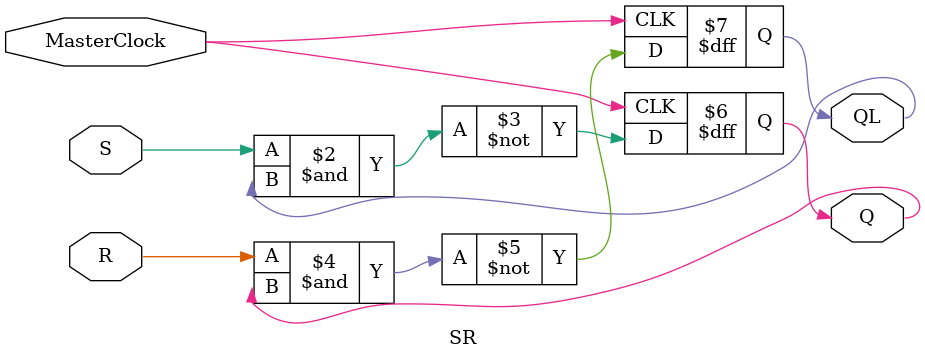
<source format=sv>
module SR
(

    input    MasterClock,
    input    S,
    input    R,
    output    reg Q,
    output    reg QL
);

always @(posedge MasterClock)
begin
	Q <= ~(S & QL);
	QL <= ~(R & Q);
end
endmodule

</source>
